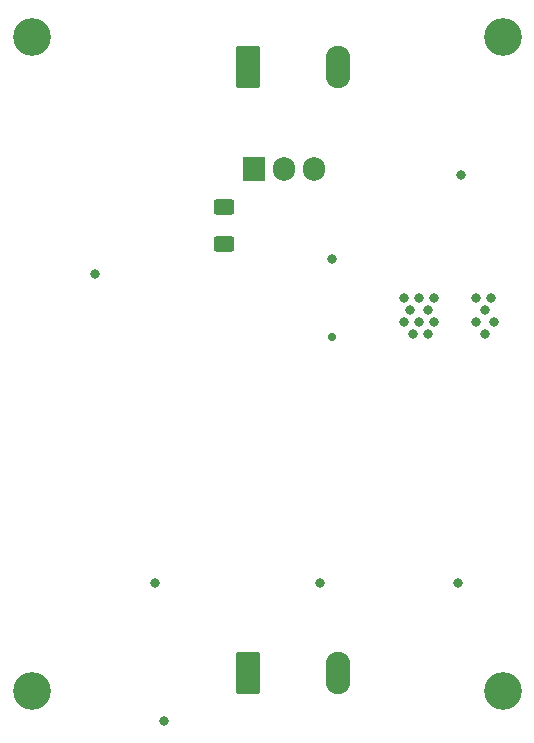
<source format=gbs>
%TF.GenerationSoftware,KiCad,Pcbnew,7.0.5*%
%TF.CreationDate,2024-02-24T22:07:36+07:00*%
%TF.ProjectId,CN13_Case,434e3133-5f43-4617-9365-2e6b69636164,rev?*%
%TF.SameCoordinates,Original*%
%TF.FileFunction,Soldermask,Bot*%
%TF.FilePolarity,Negative*%
%FSLAX46Y46*%
G04 Gerber Fmt 4.6, Leading zero omitted, Abs format (unit mm)*
G04 Created by KiCad (PCBNEW 7.0.5) date 2024-02-24 22:07:36*
%MOMM*%
%LPD*%
G01*
G04 APERTURE LIST*
G04 Aperture macros list*
%AMRoundRect*
0 Rectangle with rounded corners*
0 $1 Rounding radius*
0 $2 $3 $4 $5 $6 $7 $8 $9 X,Y pos of 4 corners*
0 Add a 4 corners polygon primitive as box body*
4,1,4,$2,$3,$4,$5,$6,$7,$8,$9,$2,$3,0*
0 Add four circle primitives for the rounded corners*
1,1,$1+$1,$2,$3*
1,1,$1+$1,$4,$5*
1,1,$1+$1,$6,$7*
1,1,$1+$1,$8,$9*
0 Add four rect primitives between the rounded corners*
20,1,$1+$1,$2,$3,$4,$5,0*
20,1,$1+$1,$4,$5,$6,$7,0*
20,1,$1+$1,$6,$7,$8,$9,0*
20,1,$1+$1,$8,$9,$2,$3,0*%
G04 Aperture macros list end*
%ADD10RoundRect,0.250000X-0.625000X0.400000X-0.625000X-0.400000X0.625000X-0.400000X0.625000X0.400000X0*%
%ADD11O,1.905000X2.000000*%
%ADD12R,1.905000X2.000000*%
%ADD13O,2.100000X3.600000*%
%ADD14RoundRect,0.250001X-0.799999X-1.549999X0.799999X-1.549999X0.799999X1.549999X-0.799999X1.549999X0*%
%ADD15C,3.200000*%
%ADD16C,0.800000*%
%ADD17C,0.700000*%
G04 APERTURE END LIST*
D10*
%TO.C,R1*%
X117348000Y-106882000D03*
X117348000Y-109982000D03*
%TD*%
D11*
%TO.C,Q1*%
X124968000Y-103632000D03*
X122428000Y-103632000D03*
D12*
X119888000Y-103632000D03*
%TD*%
D13*
%TO.C,J2*%
X127000000Y-146304000D03*
D14*
X119380000Y-146304000D03*
%TD*%
%TO.C,J1*%
X119380000Y-94996000D03*
D13*
X127000000Y-94996000D03*
%TD*%
D15*
%TO.C,H4*%
X101092000Y-147828000D03*
%TD*%
%TO.C,H3*%
X140970000Y-147828000D03*
%TD*%
%TO.C,H2*%
X140970000Y-92456000D03*
%TD*%
%TO.C,H1*%
X101092000Y-92456000D03*
%TD*%
D16*
X139446000Y-117602000D03*
X134620000Y-117602000D03*
X133350000Y-117602000D03*
X140208000Y-116586000D03*
X138684000Y-116586000D03*
X135128000Y-116586000D03*
X132588000Y-116586000D03*
X133858000Y-116586000D03*
X133096000Y-115570000D03*
X134620000Y-115570000D03*
X139446000Y-115570000D03*
X139954000Y-114554000D03*
X138684000Y-114554000D03*
X135128000Y-114554000D03*
X133858000Y-114554000D03*
X132588000Y-114554000D03*
D17*
X126492000Y-117856000D03*
D16*
X112268000Y-150368000D03*
X111506000Y-138684000D03*
X125476000Y-138684000D03*
X106426000Y-112522000D03*
X137160000Y-138684000D03*
X137414000Y-104140000D03*
X126492000Y-111252000D03*
M02*

</source>
